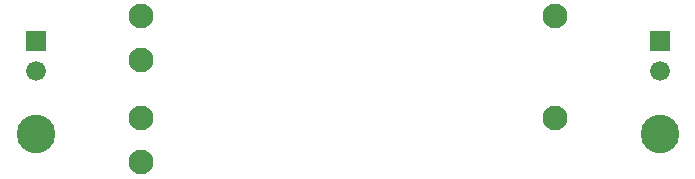
<source format=gbr>
G04 start of page 8 for group -4062 idx -4062 *
G04 Title: (unknown), soldermask *
G04 Creator: pcb 20140316 *
G04 CreationDate: Wed 05 Apr 2017 02:07:19 PM GMT UTC *
G04 For: vince *
G04 Format: Gerber/RS-274X *
G04 PCB-Dimensions (mil): 2340.00 710.00 *
G04 PCB-Coordinate-Origin: lower left *
%MOIN*%
%FSLAX25Y25*%
%LNBOTTOMMASK*%
%ADD35C,0.0827*%
%ADD34C,0.1285*%
%ADD33C,0.0660*%
%ADD32C,0.0001*%
G54D32*G36*
X9700Y55300D02*Y48700D01*
X16300D01*
Y55300D01*
X9700D01*
G37*
G54D33*X13000Y42000D03*
G54D34*Y21000D03*
G54D35*X185898Y26382D03*
Y60382D03*
G54D34*X221000Y21000D03*
G54D32*G36*
X217700Y55300D02*Y48700D01*
X224300D01*
Y55300D01*
X217700D01*
G37*
G54D33*X221000Y42000D03*
G54D35*X48102Y11618D03*
Y26382D03*
Y45618D03*
Y60382D03*
M02*

</source>
